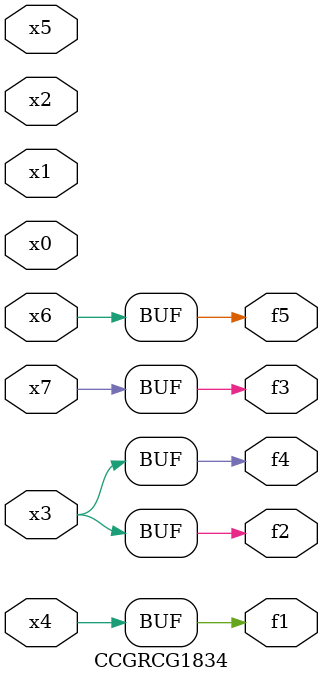
<source format=v>
module CCGRCG1834(
	input x0, x1, x2, x3, x4, x5, x6, x7,
	output f1, f2, f3, f4, f5
);
	assign f1 = x4;
	assign f2 = x3;
	assign f3 = x7;
	assign f4 = x3;
	assign f5 = x6;
endmodule

</source>
